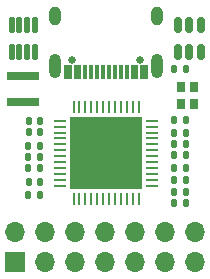
<source format=gbr>
%TF.GenerationSoftware,KiCad,Pcbnew,(6.0.4)*%
%TF.CreationDate,2022-07-06T17:37:40+08:00*%
%TF.ProjectId,XilinxJtag,58696c69-6e78-44a7-9461-672e6b696361,rev?*%
%TF.SameCoordinates,Original*%
%TF.FileFunction,Soldermask,Top*%
%TF.FilePolarity,Negative*%
%FSLAX46Y46*%
G04 Gerber Fmt 4.6, Leading zero omitted, Abs format (unit mm)*
G04 Created by KiCad (PCBNEW (6.0.4)) date 2022-07-06 17:37:40*
%MOMM*%
%LPD*%
G01*
G04 APERTURE LIST*
G04 Aperture macros list*
%AMRoundRect*
0 Rectangle with rounded corners*
0 $1 Rounding radius*
0 $2 $3 $4 $5 $6 $7 $8 $9 X,Y pos of 4 corners*
0 Add a 4 corners polygon primitive as box body*
4,1,4,$2,$3,$4,$5,$6,$7,$8,$9,$2,$3,0*
0 Add four circle primitives for the rounded corners*
1,1,$1+$1,$2,$3*
1,1,$1+$1,$4,$5*
1,1,$1+$1,$6,$7*
1,1,$1+$1,$8,$9*
0 Add four rect primitives between the rounded corners*
20,1,$1+$1,$2,$3,$4,$5,0*
20,1,$1+$1,$4,$5,$6,$7,0*
20,1,$1+$1,$6,$7,$8,$9,0*
20,1,$1+$1,$8,$9,$2,$3,0*%
G04 Aperture macros list end*
%ADD10RoundRect,0.140000X-0.140000X-0.170000X0.140000X-0.170000X0.140000X0.170000X-0.140000X0.170000X0*%
%ADD11RoundRect,0.135000X0.135000X0.185000X-0.135000X0.185000X-0.135000X-0.185000X0.135000X-0.185000X0*%
%ADD12C,0.650000*%
%ADD13R,0.300000X1.150000*%
%ADD14O,1.000000X2.100000*%
%ADD15O,1.000000X1.600000*%
%ADD16R,2.700000X0.800000*%
%ADD17R,0.800000X0.900000*%
%ADD18R,1.700000X1.700000*%
%ADD19O,1.700000X1.700000*%
%ADD20RoundRect,0.147500X0.147500X0.172500X-0.147500X0.172500X-0.147500X-0.172500X0.147500X-0.172500X0*%
%ADD21RoundRect,0.135000X-0.135000X-0.185000X0.135000X-0.185000X0.135000X0.185000X-0.135000X0.185000X0*%
%ADD22RoundRect,0.140000X0.140000X0.170000X-0.140000X0.170000X-0.140000X-0.170000X0.140000X-0.170000X0*%
%ADD23RoundRect,0.150000X-0.150000X0.512500X-0.150000X-0.512500X0.150000X-0.512500X0.150000X0.512500X0*%
%ADD24RoundRect,0.125000X0.125000X-0.537500X0.125000X0.537500X-0.125000X0.537500X-0.125000X-0.537500X0*%
%ADD25RoundRect,0.062500X-0.062500X0.412500X-0.062500X-0.412500X0.062500X-0.412500X0.062500X0.412500X0*%
%ADD26RoundRect,0.062500X-0.412500X0.062500X-0.412500X-0.062500X0.412500X-0.062500X0.412500X0.062500X0*%
%ADD27R,6.200000X6.200000*%
G04 APERTURE END LIST*
D10*
%TO.C,C1*%
X147750000Y-82850000D03*
X148710000Y-82850000D03*
%TD*%
D11*
%TO.C,R5*%
X148740000Y-77870000D03*
X147720000Y-77870000D03*
%TD*%
D12*
%TO.C,J1*%
X144860000Y-71650001D03*
X139080000Y-71650001D03*
D13*
X145320000Y-72715001D03*
X144520000Y-72715001D03*
X143220000Y-72715001D03*
X142220000Y-72715001D03*
X141720000Y-72715001D03*
X140720000Y-72715001D03*
X139420000Y-72715001D03*
X138620000Y-72715001D03*
X138920000Y-72715001D03*
X139720000Y-72715001D03*
X140220000Y-72715001D03*
X141220000Y-72715001D03*
X142720000Y-72715001D03*
X143720000Y-72715001D03*
X144220000Y-72715001D03*
X145020000Y-72715001D03*
D14*
X137650000Y-72150001D03*
D15*
X137650000Y-67970001D03*
X146290000Y-67970001D03*
D14*
X146290000Y-72150001D03*
%TD*%
D10*
%TO.C,C3*%
X147750000Y-76780000D03*
X148710000Y-76780000D03*
%TD*%
D16*
%TO.C,L1*%
X134980000Y-73030000D03*
X134980000Y-75230000D03*
%TD*%
D10*
%TO.C,C16*%
X135440000Y-76866569D03*
X136400000Y-76866569D03*
%TD*%
D11*
%TO.C,R12*%
X136410000Y-80800000D03*
X135390000Y-80800000D03*
%TD*%
D17*
%TO.C,Y1*%
X149430000Y-75390000D03*
X149430000Y-73990000D03*
X148330000Y-73990000D03*
X148330000Y-75390000D03*
%TD*%
D10*
%TO.C,C2*%
X147750000Y-83770000D03*
X148710000Y-83770000D03*
%TD*%
D18*
%TO.C,J2*%
X134265000Y-88795000D03*
D19*
X134265000Y-86255000D03*
X136805000Y-88795000D03*
X136805000Y-86255000D03*
X139345000Y-88795000D03*
X139345000Y-86255000D03*
X141885000Y-88795000D03*
X141885000Y-86255000D03*
X144425000Y-88795000D03*
X144425000Y-86255000D03*
X146965000Y-88795000D03*
X146965000Y-86255000D03*
X149505000Y-88795000D03*
X149505000Y-86255000D03*
%TD*%
D20*
%TO.C,D1*%
X136387500Y-82010000D03*
X135417500Y-82010000D03*
%TD*%
D11*
%TO.C,R8*%
X148740000Y-79740000D03*
X147720000Y-79740000D03*
%TD*%
D21*
%TO.C,R14*%
X135390000Y-78920000D03*
X136410000Y-78920000D03*
%TD*%
D22*
%TO.C,C4*%
X148710000Y-72460000D03*
X147750000Y-72460000D03*
%TD*%
D23*
%TO.C,U2*%
X149970000Y-68692500D03*
X149020000Y-68692500D03*
X148070000Y-68692500D03*
X148070000Y-70967500D03*
X149020000Y-70967500D03*
X149970000Y-70967500D03*
%TD*%
D10*
%TO.C,C7*%
X147750000Y-81820000D03*
X148710000Y-81820000D03*
%TD*%
D21*
%TO.C,R13*%
X135390000Y-79850000D03*
X136410000Y-79850000D03*
%TD*%
D24*
%TO.C,U3*%
X133975000Y-70967500D03*
X134625000Y-70967500D03*
X135275000Y-70967500D03*
X135925000Y-70967500D03*
X135925000Y-68692500D03*
X135275000Y-68692500D03*
X134625000Y-68692500D03*
X133975000Y-68692500D03*
%TD*%
D11*
%TO.C,R7*%
X148740000Y-78810000D03*
X147720000Y-78810000D03*
%TD*%
D25*
%TO.C,U1*%
X144720000Y-75680000D03*
X144220000Y-75680000D03*
X143720000Y-75680000D03*
X143220000Y-75680000D03*
X142720000Y-75680000D03*
X142220000Y-75680000D03*
X141720000Y-75680000D03*
X141220000Y-75680000D03*
X140720000Y-75680000D03*
X140220000Y-75680000D03*
X139720000Y-75680000D03*
X139220000Y-75680000D03*
D26*
X138095000Y-76805000D03*
X138095000Y-77305000D03*
X138095000Y-77805000D03*
X138095000Y-78305000D03*
X138095000Y-78805000D03*
X138095000Y-79305000D03*
X138095000Y-79805000D03*
X138095000Y-80305000D03*
X138095000Y-80805000D03*
X138095000Y-81305000D03*
X138095000Y-81805000D03*
X138095000Y-82305000D03*
D25*
X139220000Y-83430000D03*
X139720000Y-83430000D03*
X140220000Y-83430000D03*
X140720000Y-83430000D03*
X141220000Y-83430000D03*
X141720000Y-83430000D03*
X142220000Y-83430000D03*
X142720000Y-83430000D03*
X143220000Y-83430000D03*
X143720000Y-83430000D03*
X144220000Y-83430000D03*
X144720000Y-83430000D03*
D26*
X145845000Y-82305000D03*
X145845000Y-81805000D03*
X145845000Y-81305000D03*
X145845000Y-80805000D03*
X145845000Y-80305000D03*
X145845000Y-79805000D03*
X145845000Y-79305000D03*
X145845000Y-78805000D03*
X145845000Y-78305000D03*
X145845000Y-77805000D03*
X145845000Y-77305000D03*
X145845000Y-76805000D03*
D27*
X141970000Y-79555000D03*
%TD*%
D21*
%TO.C,R6*%
X147720000Y-80800000D03*
X148740000Y-80800000D03*
%TD*%
%TO.C,R9*%
X135390000Y-83110000D03*
X136410000Y-83110000D03*
%TD*%
D10*
%TO.C,C17*%
X135440000Y-77796568D03*
X136400000Y-77796568D03*
%TD*%
M02*

</source>
